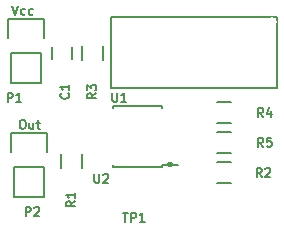
<source format=gto>
G04 #@! TF.FileFunction,Legend,Top*
%FSLAX46Y46*%
G04 Gerber Fmt 4.6, Leading zero omitted, Abs format (unit mm)*
G04 Created by KiCad (PCBNEW 0.201506222247+5806~23~ubuntu14.04.1-product) date Sun 28 Jun 2015 17:51:11 CEST*
%MOMM*%
G01*
G04 APERTURE LIST*
%ADD10C,0.127000*%
%ADD11C,0.150000*%
%ADD12R,1.250000X1.500000*%
%ADD13R,2.032000X2.032000*%
%ADD14O,2.032000X2.032000*%
%ADD15R,1.300000X1.500000*%
%ADD16R,1.500000X1.300000*%
%ADD17C,2.999740*%
%ADD18C,0.800000*%
%ADD19C,1.400000*%
%ADD20R,1.550000X0.600000*%
%ADD21C,3.000000*%
G04 APERTURE END LIST*
D10*
X149714857Y-83656714D02*
X149968857Y-84418714D01*
X150222857Y-83656714D01*
X150803429Y-84382429D02*
X150730858Y-84418714D01*
X150585715Y-84418714D01*
X150513143Y-84382429D01*
X150476858Y-84346143D01*
X150440572Y-84273571D01*
X150440572Y-84055857D01*
X150476858Y-83983286D01*
X150513143Y-83947000D01*
X150585715Y-83910714D01*
X150730858Y-83910714D01*
X150803429Y-83947000D01*
X151456572Y-84382429D02*
X151384001Y-84418714D01*
X151238858Y-84418714D01*
X151166286Y-84382429D01*
X151130001Y-84346143D01*
X151093715Y-84273571D01*
X151093715Y-84055857D01*
X151130001Y-83983286D01*
X151166286Y-83947000D01*
X151238858Y-83910714D01*
X151384001Y-83910714D01*
X151456572Y-83947000D01*
X150494999Y-93308714D02*
X150640142Y-93308714D01*
X150712714Y-93345000D01*
X150785285Y-93417571D01*
X150821571Y-93562714D01*
X150821571Y-93816714D01*
X150785285Y-93961857D01*
X150712714Y-94034429D01*
X150640142Y-94070714D01*
X150494999Y-94070714D01*
X150422428Y-94034429D01*
X150349857Y-93961857D01*
X150313571Y-93816714D01*
X150313571Y-93562714D01*
X150349857Y-93417571D01*
X150422428Y-93345000D01*
X150494999Y-93308714D01*
X151474714Y-93562714D02*
X151474714Y-94070714D01*
X151148143Y-93562714D02*
X151148143Y-93961857D01*
X151184428Y-94034429D01*
X151257000Y-94070714D01*
X151365857Y-94070714D01*
X151438428Y-94034429D01*
X151474714Y-93998143D01*
X151728714Y-93562714D02*
X152019000Y-93562714D01*
X151837572Y-93308714D02*
X151837572Y-93961857D01*
X151873857Y-94034429D01*
X151946429Y-94070714D01*
X152019000Y-94070714D01*
X163067999Y-96864714D02*
X163067999Y-97046143D01*
X163249428Y-96973571D02*
X163067999Y-97046143D01*
X162886571Y-96973571D01*
X163176856Y-97191286D02*
X163067999Y-97046143D01*
X162959142Y-97191286D01*
D11*
X154774000Y-88130000D02*
X154774000Y-87130000D01*
X153074000Y-87130000D02*
X153074000Y-88130000D01*
X152146000Y-87630000D02*
X152146000Y-90170000D01*
X152426000Y-84810000D02*
X152426000Y-86360000D01*
X152146000Y-87630000D02*
X149606000Y-87630000D01*
X149326000Y-86360000D02*
X149326000Y-84810000D01*
X149326000Y-84810000D02*
X152426000Y-84810000D01*
X149606000Y-87630000D02*
X149606000Y-90170000D01*
X149606000Y-90170000D02*
X152146000Y-90170000D01*
X152400000Y-97282000D02*
X152400000Y-99822000D01*
X152680000Y-94462000D02*
X152680000Y-96012000D01*
X152400000Y-97282000D02*
X149860000Y-97282000D01*
X149580000Y-96012000D02*
X149580000Y-94462000D01*
X149580000Y-94462000D02*
X152680000Y-94462000D01*
X149860000Y-97282000D02*
X149860000Y-99822000D01*
X149860000Y-99822000D02*
X152400000Y-99822000D01*
X155561000Y-96174000D02*
X155561000Y-97374000D01*
X153811000Y-97374000D02*
X153811000Y-96174000D01*
X167040000Y-96915000D02*
X168240000Y-96915000D01*
X168240000Y-98665000D02*
X167040000Y-98665000D01*
X157339000Y-87030000D02*
X157339000Y-88230000D01*
X155589000Y-88230000D02*
X155589000Y-87030000D01*
X167040000Y-91835000D02*
X168240000Y-91835000D01*
X168240000Y-93585000D02*
X167040000Y-93585000D01*
X168240000Y-96125000D02*
X167040000Y-96125000D01*
X167040000Y-94375000D02*
X168240000Y-94375000D01*
X172100000Y-90630000D02*
X158100000Y-90630000D01*
X158100000Y-90630000D02*
X158100000Y-84630000D01*
X158100000Y-84630000D02*
X172100000Y-84630000D01*
X172100000Y-84630000D02*
X172100000Y-90630000D01*
X162349000Y-97317000D02*
X162349000Y-97172000D01*
X158199000Y-97317000D02*
X158199000Y-97172000D01*
X158199000Y-92167000D02*
X158199000Y-92312000D01*
X162349000Y-92167000D02*
X162349000Y-92312000D01*
X162349000Y-97317000D02*
X158199000Y-97317000D01*
X162349000Y-92167000D02*
X158199000Y-92167000D01*
X162349000Y-97172000D02*
X163749000Y-97172000D01*
D10*
X154450143Y-91059000D02*
X154486429Y-91095286D01*
X154522714Y-91204143D01*
X154522714Y-91276714D01*
X154486429Y-91385571D01*
X154413857Y-91458143D01*
X154341286Y-91494428D01*
X154196143Y-91530714D01*
X154087286Y-91530714D01*
X153942143Y-91494428D01*
X153869571Y-91458143D01*
X153797000Y-91385571D01*
X153760714Y-91276714D01*
X153760714Y-91204143D01*
X153797000Y-91095286D01*
X153833286Y-91059000D01*
X154522714Y-90333286D02*
X154522714Y-90768714D01*
X154522714Y-90551000D02*
X153760714Y-90551000D01*
X153869571Y-90623571D01*
X153942143Y-90696143D01*
X153978429Y-90768714D01*
X149297572Y-91784714D02*
X149297572Y-91022714D01*
X149587857Y-91022714D01*
X149660429Y-91059000D01*
X149696714Y-91095286D01*
X149733000Y-91167857D01*
X149733000Y-91276714D01*
X149696714Y-91349286D01*
X149660429Y-91385571D01*
X149587857Y-91421857D01*
X149297572Y-91421857D01*
X150458714Y-91784714D02*
X150023286Y-91784714D01*
X150241000Y-91784714D02*
X150241000Y-91022714D01*
X150168429Y-91131571D01*
X150095857Y-91204143D01*
X150023286Y-91240429D01*
X150821572Y-101436714D02*
X150821572Y-100674714D01*
X151111857Y-100674714D01*
X151184429Y-100711000D01*
X151220714Y-100747286D01*
X151257000Y-100819857D01*
X151257000Y-100928714D01*
X151220714Y-101001286D01*
X151184429Y-101037571D01*
X151111857Y-101073857D01*
X150821572Y-101073857D01*
X151547286Y-100747286D02*
X151583572Y-100711000D01*
X151656143Y-100674714D01*
X151837572Y-100674714D01*
X151910143Y-100711000D01*
X151946429Y-100747286D01*
X151982714Y-100819857D01*
X151982714Y-100892429D01*
X151946429Y-101001286D01*
X151511000Y-101436714D01*
X151982714Y-101436714D01*
X155030714Y-100203000D02*
X154667857Y-100457000D01*
X155030714Y-100638428D02*
X154268714Y-100638428D01*
X154268714Y-100348143D01*
X154305000Y-100275571D01*
X154341286Y-100239286D01*
X154413857Y-100203000D01*
X154522714Y-100203000D01*
X154595286Y-100239286D01*
X154631571Y-100275571D01*
X154667857Y-100348143D01*
X154667857Y-100638428D01*
X155030714Y-99477286D02*
X155030714Y-99912714D01*
X155030714Y-99695000D02*
X154268714Y-99695000D01*
X154377571Y-99767571D01*
X154450143Y-99840143D01*
X154486429Y-99912714D01*
X170815000Y-98134714D02*
X170561000Y-97771857D01*
X170379572Y-98134714D02*
X170379572Y-97372714D01*
X170669857Y-97372714D01*
X170742429Y-97409000D01*
X170778714Y-97445286D01*
X170815000Y-97517857D01*
X170815000Y-97626714D01*
X170778714Y-97699286D01*
X170742429Y-97735571D01*
X170669857Y-97771857D01*
X170379572Y-97771857D01*
X171105286Y-97445286D02*
X171141572Y-97409000D01*
X171214143Y-97372714D01*
X171395572Y-97372714D01*
X171468143Y-97409000D01*
X171504429Y-97445286D01*
X171540714Y-97517857D01*
X171540714Y-97590429D01*
X171504429Y-97699286D01*
X171069000Y-98134714D01*
X171540714Y-98134714D01*
X156808714Y-91059000D02*
X156445857Y-91313000D01*
X156808714Y-91494428D02*
X156046714Y-91494428D01*
X156046714Y-91204143D01*
X156083000Y-91131571D01*
X156119286Y-91095286D01*
X156191857Y-91059000D01*
X156300714Y-91059000D01*
X156373286Y-91095286D01*
X156409571Y-91131571D01*
X156445857Y-91204143D01*
X156445857Y-91494428D01*
X156046714Y-90805000D02*
X156046714Y-90333286D01*
X156337000Y-90587286D01*
X156337000Y-90478428D01*
X156373286Y-90405857D01*
X156409571Y-90369571D01*
X156482143Y-90333286D01*
X156663571Y-90333286D01*
X156736143Y-90369571D01*
X156772429Y-90405857D01*
X156808714Y-90478428D01*
X156808714Y-90696143D01*
X156772429Y-90768714D01*
X156736143Y-90805000D01*
X170942000Y-93054714D02*
X170688000Y-92691857D01*
X170506572Y-93054714D02*
X170506572Y-92292714D01*
X170796857Y-92292714D01*
X170869429Y-92329000D01*
X170905714Y-92365286D01*
X170942000Y-92437857D01*
X170942000Y-92546714D01*
X170905714Y-92619286D01*
X170869429Y-92655571D01*
X170796857Y-92691857D01*
X170506572Y-92691857D01*
X171595143Y-92546714D02*
X171595143Y-93054714D01*
X171413714Y-92256429D02*
X171232286Y-92800714D01*
X171704000Y-92800714D01*
X170942000Y-95594714D02*
X170688000Y-95231857D01*
X170506572Y-95594714D02*
X170506572Y-94832714D01*
X170796857Y-94832714D01*
X170869429Y-94869000D01*
X170905714Y-94905286D01*
X170942000Y-94977857D01*
X170942000Y-95086714D01*
X170905714Y-95159286D01*
X170869429Y-95195571D01*
X170796857Y-95231857D01*
X170506572Y-95231857D01*
X171631429Y-94832714D02*
X171268572Y-94832714D01*
X171232286Y-95195571D01*
X171268572Y-95159286D01*
X171341143Y-95123000D01*
X171522572Y-95123000D01*
X171595143Y-95159286D01*
X171631429Y-95195571D01*
X171667714Y-95268143D01*
X171667714Y-95449571D01*
X171631429Y-95522143D01*
X171595143Y-95558429D01*
X171522572Y-95594714D01*
X171341143Y-95594714D01*
X171268572Y-95558429D01*
X171232286Y-95522143D01*
X159058429Y-101182714D02*
X159493858Y-101182714D01*
X159276144Y-101944714D02*
X159276144Y-101182714D01*
X159747858Y-101944714D02*
X159747858Y-101182714D01*
X160038143Y-101182714D01*
X160110715Y-101219000D01*
X160147000Y-101255286D01*
X160183286Y-101327857D01*
X160183286Y-101436714D01*
X160147000Y-101509286D01*
X160110715Y-101545571D01*
X160038143Y-101581857D01*
X159747858Y-101581857D01*
X160909000Y-101944714D02*
X160473572Y-101944714D01*
X160691286Y-101944714D02*
X160691286Y-101182714D01*
X160618715Y-101291571D01*
X160546143Y-101364143D01*
X160473572Y-101400429D01*
X158169429Y-91022714D02*
X158169429Y-91639571D01*
X158205714Y-91712143D01*
X158242000Y-91748429D01*
X158314571Y-91784714D01*
X158459714Y-91784714D01*
X158532286Y-91748429D01*
X158568571Y-91712143D01*
X158604857Y-91639571D01*
X158604857Y-91022714D01*
X159366857Y-91784714D02*
X158931429Y-91784714D01*
X159149143Y-91784714D02*
X159149143Y-91022714D01*
X159076572Y-91131571D01*
X159004000Y-91204143D01*
X158931429Y-91240429D01*
X156645429Y-97880714D02*
X156645429Y-98497571D01*
X156681714Y-98570143D01*
X156718000Y-98606429D01*
X156790571Y-98642714D01*
X156935714Y-98642714D01*
X157008286Y-98606429D01*
X157044571Y-98570143D01*
X157080857Y-98497571D01*
X157080857Y-97880714D01*
X157407429Y-97953286D02*
X157443715Y-97917000D01*
X157516286Y-97880714D01*
X157697715Y-97880714D01*
X157770286Y-97917000D01*
X157806572Y-97953286D01*
X157842857Y-98025857D01*
X157842857Y-98098429D01*
X157806572Y-98207286D01*
X157371143Y-98642714D01*
X157842857Y-98642714D01*
%LPC*%
D12*
X153924000Y-86380000D03*
X153924000Y-88880000D03*
D13*
X150876000Y-86360000D03*
D14*
X150876000Y-88900000D03*
D13*
X151130000Y-96012000D03*
D14*
X151130000Y-98552000D03*
D15*
X154686000Y-98124000D03*
X154686000Y-95424000D03*
D16*
X168990000Y-97790000D03*
X166290000Y-97790000D03*
D15*
X156464000Y-88980000D03*
X156464000Y-86280000D03*
D16*
X168990000Y-92710000D03*
X166290000Y-92710000D03*
X166290000Y-95250000D03*
X168990000Y-95250000D03*
D17*
X162560000Y-100330000D03*
D18*
X171700000Y-85030000D03*
X162500000Y-89980000D03*
D19*
X170100000Y-88900000D03*
X170100000Y-86360000D03*
X160100000Y-88900000D03*
X160100000Y-86360000D03*
D20*
X162974000Y-96647000D03*
X162974000Y-95377000D03*
X162974000Y-94107000D03*
X162974000Y-92837000D03*
X157574000Y-92837000D03*
X157574000Y-94107000D03*
X157574000Y-95377000D03*
X157574000Y-96647000D03*
D21*
X152654000Y-81407000D03*
X168529000Y-104775000D03*
M02*

</source>
